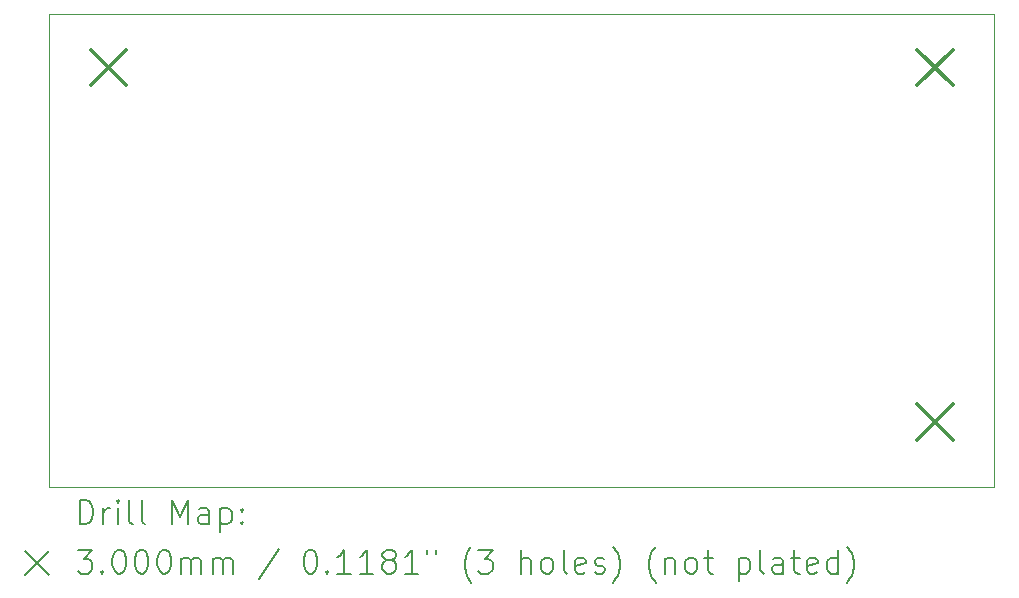
<source format=gbr>
%TF.GenerationSoftware,KiCad,Pcbnew,9.0.2+dfsg-1*%
%TF.CreationDate,2025-08-18T11:52:41-04:00*%
%TF.ProjectId,Basic_Controller,42617369-635f-4436-9f6e-74726f6c6c65,rev?*%
%TF.SameCoordinates,Original*%
%TF.FileFunction,Drillmap*%
%TF.FilePolarity,Positive*%
%FSLAX45Y45*%
G04 Gerber Fmt 4.5, Leading zero omitted, Abs format (unit mm)*
G04 Created by KiCad (PCBNEW 9.0.2+dfsg-1) date 2025-08-18 11:52:41*
%MOMM*%
%LPD*%
G01*
G04 APERTURE LIST*
%ADD10C,0.050000*%
%ADD11C,0.200000*%
%ADD12C,0.300000*%
G04 APERTURE END LIST*
D10*
X12050000Y-12150000D02*
X20050000Y-12150000D01*
X20050000Y-12150000D02*
X20050000Y-8150000D01*
X12050000Y-8150000D02*
X12050000Y-12150000D01*
X20050000Y-8150000D02*
X12050000Y-8150000D01*
D11*
D12*
X12400000Y-8450000D02*
X12700000Y-8750000D01*
X12700000Y-8450000D02*
X12400000Y-8750000D01*
X19400000Y-8450000D02*
X19700000Y-8750000D01*
X19700000Y-8450000D02*
X19400000Y-8750000D01*
X19400000Y-11450000D02*
X19700000Y-11750000D01*
X19700000Y-11450000D02*
X19400000Y-11750000D01*
D11*
X12308277Y-12463984D02*
X12308277Y-12263984D01*
X12308277Y-12263984D02*
X12355896Y-12263984D01*
X12355896Y-12263984D02*
X12384467Y-12273508D01*
X12384467Y-12273508D02*
X12403515Y-12292555D01*
X12403515Y-12292555D02*
X12413039Y-12311603D01*
X12413039Y-12311603D02*
X12422562Y-12349698D01*
X12422562Y-12349698D02*
X12422562Y-12378269D01*
X12422562Y-12378269D02*
X12413039Y-12416365D01*
X12413039Y-12416365D02*
X12403515Y-12435412D01*
X12403515Y-12435412D02*
X12384467Y-12454460D01*
X12384467Y-12454460D02*
X12355896Y-12463984D01*
X12355896Y-12463984D02*
X12308277Y-12463984D01*
X12508277Y-12463984D02*
X12508277Y-12330650D01*
X12508277Y-12368746D02*
X12517801Y-12349698D01*
X12517801Y-12349698D02*
X12527324Y-12340174D01*
X12527324Y-12340174D02*
X12546372Y-12330650D01*
X12546372Y-12330650D02*
X12565420Y-12330650D01*
X12632086Y-12463984D02*
X12632086Y-12330650D01*
X12632086Y-12263984D02*
X12622562Y-12273508D01*
X12622562Y-12273508D02*
X12632086Y-12283031D01*
X12632086Y-12283031D02*
X12641610Y-12273508D01*
X12641610Y-12273508D02*
X12632086Y-12263984D01*
X12632086Y-12263984D02*
X12632086Y-12283031D01*
X12755896Y-12463984D02*
X12736848Y-12454460D01*
X12736848Y-12454460D02*
X12727324Y-12435412D01*
X12727324Y-12435412D02*
X12727324Y-12263984D01*
X12860658Y-12463984D02*
X12841610Y-12454460D01*
X12841610Y-12454460D02*
X12832086Y-12435412D01*
X12832086Y-12435412D02*
X12832086Y-12263984D01*
X13089229Y-12463984D02*
X13089229Y-12263984D01*
X13089229Y-12263984D02*
X13155896Y-12406841D01*
X13155896Y-12406841D02*
X13222562Y-12263984D01*
X13222562Y-12263984D02*
X13222562Y-12463984D01*
X13403515Y-12463984D02*
X13403515Y-12359222D01*
X13403515Y-12359222D02*
X13393991Y-12340174D01*
X13393991Y-12340174D02*
X13374943Y-12330650D01*
X13374943Y-12330650D02*
X13336848Y-12330650D01*
X13336848Y-12330650D02*
X13317801Y-12340174D01*
X13403515Y-12454460D02*
X13384467Y-12463984D01*
X13384467Y-12463984D02*
X13336848Y-12463984D01*
X13336848Y-12463984D02*
X13317801Y-12454460D01*
X13317801Y-12454460D02*
X13308277Y-12435412D01*
X13308277Y-12435412D02*
X13308277Y-12416365D01*
X13308277Y-12416365D02*
X13317801Y-12397317D01*
X13317801Y-12397317D02*
X13336848Y-12387793D01*
X13336848Y-12387793D02*
X13384467Y-12387793D01*
X13384467Y-12387793D02*
X13403515Y-12378269D01*
X13498753Y-12330650D02*
X13498753Y-12530650D01*
X13498753Y-12340174D02*
X13517801Y-12330650D01*
X13517801Y-12330650D02*
X13555896Y-12330650D01*
X13555896Y-12330650D02*
X13574943Y-12340174D01*
X13574943Y-12340174D02*
X13584467Y-12349698D01*
X13584467Y-12349698D02*
X13593991Y-12368746D01*
X13593991Y-12368746D02*
X13593991Y-12425888D01*
X13593991Y-12425888D02*
X13584467Y-12444936D01*
X13584467Y-12444936D02*
X13574943Y-12454460D01*
X13574943Y-12454460D02*
X13555896Y-12463984D01*
X13555896Y-12463984D02*
X13517801Y-12463984D01*
X13517801Y-12463984D02*
X13498753Y-12454460D01*
X13679705Y-12444936D02*
X13689229Y-12454460D01*
X13689229Y-12454460D02*
X13679705Y-12463984D01*
X13679705Y-12463984D02*
X13670182Y-12454460D01*
X13670182Y-12454460D02*
X13679705Y-12444936D01*
X13679705Y-12444936D02*
X13679705Y-12463984D01*
X13679705Y-12340174D02*
X13689229Y-12349698D01*
X13689229Y-12349698D02*
X13679705Y-12359222D01*
X13679705Y-12359222D02*
X13670182Y-12349698D01*
X13670182Y-12349698D02*
X13679705Y-12340174D01*
X13679705Y-12340174D02*
X13679705Y-12359222D01*
X11847500Y-12692500D02*
X12047500Y-12892500D01*
X12047500Y-12692500D02*
X11847500Y-12892500D01*
X12289229Y-12683984D02*
X12413039Y-12683984D01*
X12413039Y-12683984D02*
X12346372Y-12760174D01*
X12346372Y-12760174D02*
X12374943Y-12760174D01*
X12374943Y-12760174D02*
X12393991Y-12769698D01*
X12393991Y-12769698D02*
X12403515Y-12779222D01*
X12403515Y-12779222D02*
X12413039Y-12798269D01*
X12413039Y-12798269D02*
X12413039Y-12845888D01*
X12413039Y-12845888D02*
X12403515Y-12864936D01*
X12403515Y-12864936D02*
X12393991Y-12874460D01*
X12393991Y-12874460D02*
X12374943Y-12883984D01*
X12374943Y-12883984D02*
X12317801Y-12883984D01*
X12317801Y-12883984D02*
X12298753Y-12874460D01*
X12298753Y-12874460D02*
X12289229Y-12864936D01*
X12498753Y-12864936D02*
X12508277Y-12874460D01*
X12508277Y-12874460D02*
X12498753Y-12883984D01*
X12498753Y-12883984D02*
X12489229Y-12874460D01*
X12489229Y-12874460D02*
X12498753Y-12864936D01*
X12498753Y-12864936D02*
X12498753Y-12883984D01*
X12632086Y-12683984D02*
X12651134Y-12683984D01*
X12651134Y-12683984D02*
X12670182Y-12693508D01*
X12670182Y-12693508D02*
X12679705Y-12703031D01*
X12679705Y-12703031D02*
X12689229Y-12722079D01*
X12689229Y-12722079D02*
X12698753Y-12760174D01*
X12698753Y-12760174D02*
X12698753Y-12807793D01*
X12698753Y-12807793D02*
X12689229Y-12845888D01*
X12689229Y-12845888D02*
X12679705Y-12864936D01*
X12679705Y-12864936D02*
X12670182Y-12874460D01*
X12670182Y-12874460D02*
X12651134Y-12883984D01*
X12651134Y-12883984D02*
X12632086Y-12883984D01*
X12632086Y-12883984D02*
X12613039Y-12874460D01*
X12613039Y-12874460D02*
X12603515Y-12864936D01*
X12603515Y-12864936D02*
X12593991Y-12845888D01*
X12593991Y-12845888D02*
X12584467Y-12807793D01*
X12584467Y-12807793D02*
X12584467Y-12760174D01*
X12584467Y-12760174D02*
X12593991Y-12722079D01*
X12593991Y-12722079D02*
X12603515Y-12703031D01*
X12603515Y-12703031D02*
X12613039Y-12693508D01*
X12613039Y-12693508D02*
X12632086Y-12683984D01*
X12822562Y-12683984D02*
X12841610Y-12683984D01*
X12841610Y-12683984D02*
X12860658Y-12693508D01*
X12860658Y-12693508D02*
X12870182Y-12703031D01*
X12870182Y-12703031D02*
X12879705Y-12722079D01*
X12879705Y-12722079D02*
X12889229Y-12760174D01*
X12889229Y-12760174D02*
X12889229Y-12807793D01*
X12889229Y-12807793D02*
X12879705Y-12845888D01*
X12879705Y-12845888D02*
X12870182Y-12864936D01*
X12870182Y-12864936D02*
X12860658Y-12874460D01*
X12860658Y-12874460D02*
X12841610Y-12883984D01*
X12841610Y-12883984D02*
X12822562Y-12883984D01*
X12822562Y-12883984D02*
X12803515Y-12874460D01*
X12803515Y-12874460D02*
X12793991Y-12864936D01*
X12793991Y-12864936D02*
X12784467Y-12845888D01*
X12784467Y-12845888D02*
X12774943Y-12807793D01*
X12774943Y-12807793D02*
X12774943Y-12760174D01*
X12774943Y-12760174D02*
X12784467Y-12722079D01*
X12784467Y-12722079D02*
X12793991Y-12703031D01*
X12793991Y-12703031D02*
X12803515Y-12693508D01*
X12803515Y-12693508D02*
X12822562Y-12683984D01*
X13013039Y-12683984D02*
X13032086Y-12683984D01*
X13032086Y-12683984D02*
X13051134Y-12693508D01*
X13051134Y-12693508D02*
X13060658Y-12703031D01*
X13060658Y-12703031D02*
X13070182Y-12722079D01*
X13070182Y-12722079D02*
X13079705Y-12760174D01*
X13079705Y-12760174D02*
X13079705Y-12807793D01*
X13079705Y-12807793D02*
X13070182Y-12845888D01*
X13070182Y-12845888D02*
X13060658Y-12864936D01*
X13060658Y-12864936D02*
X13051134Y-12874460D01*
X13051134Y-12874460D02*
X13032086Y-12883984D01*
X13032086Y-12883984D02*
X13013039Y-12883984D01*
X13013039Y-12883984D02*
X12993991Y-12874460D01*
X12993991Y-12874460D02*
X12984467Y-12864936D01*
X12984467Y-12864936D02*
X12974943Y-12845888D01*
X12974943Y-12845888D02*
X12965420Y-12807793D01*
X12965420Y-12807793D02*
X12965420Y-12760174D01*
X12965420Y-12760174D02*
X12974943Y-12722079D01*
X12974943Y-12722079D02*
X12984467Y-12703031D01*
X12984467Y-12703031D02*
X12993991Y-12693508D01*
X12993991Y-12693508D02*
X13013039Y-12683984D01*
X13165420Y-12883984D02*
X13165420Y-12750650D01*
X13165420Y-12769698D02*
X13174943Y-12760174D01*
X13174943Y-12760174D02*
X13193991Y-12750650D01*
X13193991Y-12750650D02*
X13222563Y-12750650D01*
X13222563Y-12750650D02*
X13241610Y-12760174D01*
X13241610Y-12760174D02*
X13251134Y-12779222D01*
X13251134Y-12779222D02*
X13251134Y-12883984D01*
X13251134Y-12779222D02*
X13260658Y-12760174D01*
X13260658Y-12760174D02*
X13279705Y-12750650D01*
X13279705Y-12750650D02*
X13308277Y-12750650D01*
X13308277Y-12750650D02*
X13327324Y-12760174D01*
X13327324Y-12760174D02*
X13336848Y-12779222D01*
X13336848Y-12779222D02*
X13336848Y-12883984D01*
X13432086Y-12883984D02*
X13432086Y-12750650D01*
X13432086Y-12769698D02*
X13441610Y-12760174D01*
X13441610Y-12760174D02*
X13460658Y-12750650D01*
X13460658Y-12750650D02*
X13489229Y-12750650D01*
X13489229Y-12750650D02*
X13508277Y-12760174D01*
X13508277Y-12760174D02*
X13517801Y-12779222D01*
X13517801Y-12779222D02*
X13517801Y-12883984D01*
X13517801Y-12779222D02*
X13527324Y-12760174D01*
X13527324Y-12760174D02*
X13546372Y-12750650D01*
X13546372Y-12750650D02*
X13574943Y-12750650D01*
X13574943Y-12750650D02*
X13593991Y-12760174D01*
X13593991Y-12760174D02*
X13603515Y-12779222D01*
X13603515Y-12779222D02*
X13603515Y-12883984D01*
X13993991Y-12674460D02*
X13822563Y-12931603D01*
X14251134Y-12683984D02*
X14270182Y-12683984D01*
X14270182Y-12683984D02*
X14289229Y-12693508D01*
X14289229Y-12693508D02*
X14298753Y-12703031D01*
X14298753Y-12703031D02*
X14308277Y-12722079D01*
X14308277Y-12722079D02*
X14317801Y-12760174D01*
X14317801Y-12760174D02*
X14317801Y-12807793D01*
X14317801Y-12807793D02*
X14308277Y-12845888D01*
X14308277Y-12845888D02*
X14298753Y-12864936D01*
X14298753Y-12864936D02*
X14289229Y-12874460D01*
X14289229Y-12874460D02*
X14270182Y-12883984D01*
X14270182Y-12883984D02*
X14251134Y-12883984D01*
X14251134Y-12883984D02*
X14232086Y-12874460D01*
X14232086Y-12874460D02*
X14222563Y-12864936D01*
X14222563Y-12864936D02*
X14213039Y-12845888D01*
X14213039Y-12845888D02*
X14203515Y-12807793D01*
X14203515Y-12807793D02*
X14203515Y-12760174D01*
X14203515Y-12760174D02*
X14213039Y-12722079D01*
X14213039Y-12722079D02*
X14222563Y-12703031D01*
X14222563Y-12703031D02*
X14232086Y-12693508D01*
X14232086Y-12693508D02*
X14251134Y-12683984D01*
X14403515Y-12864936D02*
X14413039Y-12874460D01*
X14413039Y-12874460D02*
X14403515Y-12883984D01*
X14403515Y-12883984D02*
X14393991Y-12874460D01*
X14393991Y-12874460D02*
X14403515Y-12864936D01*
X14403515Y-12864936D02*
X14403515Y-12883984D01*
X14603515Y-12883984D02*
X14489229Y-12883984D01*
X14546372Y-12883984D02*
X14546372Y-12683984D01*
X14546372Y-12683984D02*
X14527325Y-12712555D01*
X14527325Y-12712555D02*
X14508277Y-12731603D01*
X14508277Y-12731603D02*
X14489229Y-12741127D01*
X14793991Y-12883984D02*
X14679706Y-12883984D01*
X14736848Y-12883984D02*
X14736848Y-12683984D01*
X14736848Y-12683984D02*
X14717801Y-12712555D01*
X14717801Y-12712555D02*
X14698753Y-12731603D01*
X14698753Y-12731603D02*
X14679706Y-12741127D01*
X14908277Y-12769698D02*
X14889229Y-12760174D01*
X14889229Y-12760174D02*
X14879706Y-12750650D01*
X14879706Y-12750650D02*
X14870182Y-12731603D01*
X14870182Y-12731603D02*
X14870182Y-12722079D01*
X14870182Y-12722079D02*
X14879706Y-12703031D01*
X14879706Y-12703031D02*
X14889229Y-12693508D01*
X14889229Y-12693508D02*
X14908277Y-12683984D01*
X14908277Y-12683984D02*
X14946372Y-12683984D01*
X14946372Y-12683984D02*
X14965420Y-12693508D01*
X14965420Y-12693508D02*
X14974944Y-12703031D01*
X14974944Y-12703031D02*
X14984467Y-12722079D01*
X14984467Y-12722079D02*
X14984467Y-12731603D01*
X14984467Y-12731603D02*
X14974944Y-12750650D01*
X14974944Y-12750650D02*
X14965420Y-12760174D01*
X14965420Y-12760174D02*
X14946372Y-12769698D01*
X14946372Y-12769698D02*
X14908277Y-12769698D01*
X14908277Y-12769698D02*
X14889229Y-12779222D01*
X14889229Y-12779222D02*
X14879706Y-12788746D01*
X14879706Y-12788746D02*
X14870182Y-12807793D01*
X14870182Y-12807793D02*
X14870182Y-12845888D01*
X14870182Y-12845888D02*
X14879706Y-12864936D01*
X14879706Y-12864936D02*
X14889229Y-12874460D01*
X14889229Y-12874460D02*
X14908277Y-12883984D01*
X14908277Y-12883984D02*
X14946372Y-12883984D01*
X14946372Y-12883984D02*
X14965420Y-12874460D01*
X14965420Y-12874460D02*
X14974944Y-12864936D01*
X14974944Y-12864936D02*
X14984467Y-12845888D01*
X14984467Y-12845888D02*
X14984467Y-12807793D01*
X14984467Y-12807793D02*
X14974944Y-12788746D01*
X14974944Y-12788746D02*
X14965420Y-12779222D01*
X14965420Y-12779222D02*
X14946372Y-12769698D01*
X15174944Y-12883984D02*
X15060658Y-12883984D01*
X15117801Y-12883984D02*
X15117801Y-12683984D01*
X15117801Y-12683984D02*
X15098753Y-12712555D01*
X15098753Y-12712555D02*
X15079706Y-12731603D01*
X15079706Y-12731603D02*
X15060658Y-12741127D01*
X15251134Y-12683984D02*
X15251134Y-12722079D01*
X15327325Y-12683984D02*
X15327325Y-12722079D01*
X15622563Y-12960174D02*
X15613039Y-12950650D01*
X15613039Y-12950650D02*
X15593991Y-12922079D01*
X15593991Y-12922079D02*
X15584468Y-12903031D01*
X15584468Y-12903031D02*
X15574944Y-12874460D01*
X15574944Y-12874460D02*
X15565420Y-12826841D01*
X15565420Y-12826841D02*
X15565420Y-12788746D01*
X15565420Y-12788746D02*
X15574944Y-12741127D01*
X15574944Y-12741127D02*
X15584468Y-12712555D01*
X15584468Y-12712555D02*
X15593991Y-12693508D01*
X15593991Y-12693508D02*
X15613039Y-12664936D01*
X15613039Y-12664936D02*
X15622563Y-12655412D01*
X15679706Y-12683984D02*
X15803515Y-12683984D01*
X15803515Y-12683984D02*
X15736848Y-12760174D01*
X15736848Y-12760174D02*
X15765420Y-12760174D01*
X15765420Y-12760174D02*
X15784468Y-12769698D01*
X15784468Y-12769698D02*
X15793991Y-12779222D01*
X15793991Y-12779222D02*
X15803515Y-12798269D01*
X15803515Y-12798269D02*
X15803515Y-12845888D01*
X15803515Y-12845888D02*
X15793991Y-12864936D01*
X15793991Y-12864936D02*
X15784468Y-12874460D01*
X15784468Y-12874460D02*
X15765420Y-12883984D01*
X15765420Y-12883984D02*
X15708277Y-12883984D01*
X15708277Y-12883984D02*
X15689229Y-12874460D01*
X15689229Y-12874460D02*
X15679706Y-12864936D01*
X16041610Y-12883984D02*
X16041610Y-12683984D01*
X16127325Y-12883984D02*
X16127325Y-12779222D01*
X16127325Y-12779222D02*
X16117801Y-12760174D01*
X16117801Y-12760174D02*
X16098753Y-12750650D01*
X16098753Y-12750650D02*
X16070182Y-12750650D01*
X16070182Y-12750650D02*
X16051134Y-12760174D01*
X16051134Y-12760174D02*
X16041610Y-12769698D01*
X16251134Y-12883984D02*
X16232087Y-12874460D01*
X16232087Y-12874460D02*
X16222563Y-12864936D01*
X16222563Y-12864936D02*
X16213039Y-12845888D01*
X16213039Y-12845888D02*
X16213039Y-12788746D01*
X16213039Y-12788746D02*
X16222563Y-12769698D01*
X16222563Y-12769698D02*
X16232087Y-12760174D01*
X16232087Y-12760174D02*
X16251134Y-12750650D01*
X16251134Y-12750650D02*
X16279706Y-12750650D01*
X16279706Y-12750650D02*
X16298753Y-12760174D01*
X16298753Y-12760174D02*
X16308277Y-12769698D01*
X16308277Y-12769698D02*
X16317801Y-12788746D01*
X16317801Y-12788746D02*
X16317801Y-12845888D01*
X16317801Y-12845888D02*
X16308277Y-12864936D01*
X16308277Y-12864936D02*
X16298753Y-12874460D01*
X16298753Y-12874460D02*
X16279706Y-12883984D01*
X16279706Y-12883984D02*
X16251134Y-12883984D01*
X16432087Y-12883984D02*
X16413039Y-12874460D01*
X16413039Y-12874460D02*
X16403515Y-12855412D01*
X16403515Y-12855412D02*
X16403515Y-12683984D01*
X16584468Y-12874460D02*
X16565420Y-12883984D01*
X16565420Y-12883984D02*
X16527325Y-12883984D01*
X16527325Y-12883984D02*
X16508277Y-12874460D01*
X16508277Y-12874460D02*
X16498753Y-12855412D01*
X16498753Y-12855412D02*
X16498753Y-12779222D01*
X16498753Y-12779222D02*
X16508277Y-12760174D01*
X16508277Y-12760174D02*
X16527325Y-12750650D01*
X16527325Y-12750650D02*
X16565420Y-12750650D01*
X16565420Y-12750650D02*
X16584468Y-12760174D01*
X16584468Y-12760174D02*
X16593991Y-12779222D01*
X16593991Y-12779222D02*
X16593991Y-12798269D01*
X16593991Y-12798269D02*
X16498753Y-12817317D01*
X16670182Y-12874460D02*
X16689230Y-12883984D01*
X16689230Y-12883984D02*
X16727325Y-12883984D01*
X16727325Y-12883984D02*
X16746372Y-12874460D01*
X16746372Y-12874460D02*
X16755896Y-12855412D01*
X16755896Y-12855412D02*
X16755896Y-12845888D01*
X16755896Y-12845888D02*
X16746372Y-12826841D01*
X16746372Y-12826841D02*
X16727325Y-12817317D01*
X16727325Y-12817317D02*
X16698753Y-12817317D01*
X16698753Y-12817317D02*
X16679706Y-12807793D01*
X16679706Y-12807793D02*
X16670182Y-12788746D01*
X16670182Y-12788746D02*
X16670182Y-12779222D01*
X16670182Y-12779222D02*
X16679706Y-12760174D01*
X16679706Y-12760174D02*
X16698753Y-12750650D01*
X16698753Y-12750650D02*
X16727325Y-12750650D01*
X16727325Y-12750650D02*
X16746372Y-12760174D01*
X16822563Y-12960174D02*
X16832087Y-12950650D01*
X16832087Y-12950650D02*
X16851134Y-12922079D01*
X16851134Y-12922079D02*
X16860658Y-12903031D01*
X16860658Y-12903031D02*
X16870182Y-12874460D01*
X16870182Y-12874460D02*
X16879706Y-12826841D01*
X16879706Y-12826841D02*
X16879706Y-12788746D01*
X16879706Y-12788746D02*
X16870182Y-12741127D01*
X16870182Y-12741127D02*
X16860658Y-12712555D01*
X16860658Y-12712555D02*
X16851134Y-12693508D01*
X16851134Y-12693508D02*
X16832087Y-12664936D01*
X16832087Y-12664936D02*
X16822563Y-12655412D01*
X17184468Y-12960174D02*
X17174944Y-12950650D01*
X17174944Y-12950650D02*
X17155896Y-12922079D01*
X17155896Y-12922079D02*
X17146373Y-12903031D01*
X17146373Y-12903031D02*
X17136849Y-12874460D01*
X17136849Y-12874460D02*
X17127325Y-12826841D01*
X17127325Y-12826841D02*
X17127325Y-12788746D01*
X17127325Y-12788746D02*
X17136849Y-12741127D01*
X17136849Y-12741127D02*
X17146373Y-12712555D01*
X17146373Y-12712555D02*
X17155896Y-12693508D01*
X17155896Y-12693508D02*
X17174944Y-12664936D01*
X17174944Y-12664936D02*
X17184468Y-12655412D01*
X17260658Y-12750650D02*
X17260658Y-12883984D01*
X17260658Y-12769698D02*
X17270182Y-12760174D01*
X17270182Y-12760174D02*
X17289230Y-12750650D01*
X17289230Y-12750650D02*
X17317801Y-12750650D01*
X17317801Y-12750650D02*
X17336849Y-12760174D01*
X17336849Y-12760174D02*
X17346373Y-12779222D01*
X17346373Y-12779222D02*
X17346373Y-12883984D01*
X17470182Y-12883984D02*
X17451134Y-12874460D01*
X17451134Y-12874460D02*
X17441611Y-12864936D01*
X17441611Y-12864936D02*
X17432087Y-12845888D01*
X17432087Y-12845888D02*
X17432087Y-12788746D01*
X17432087Y-12788746D02*
X17441611Y-12769698D01*
X17441611Y-12769698D02*
X17451134Y-12760174D01*
X17451134Y-12760174D02*
X17470182Y-12750650D01*
X17470182Y-12750650D02*
X17498754Y-12750650D01*
X17498754Y-12750650D02*
X17517801Y-12760174D01*
X17517801Y-12760174D02*
X17527325Y-12769698D01*
X17527325Y-12769698D02*
X17536849Y-12788746D01*
X17536849Y-12788746D02*
X17536849Y-12845888D01*
X17536849Y-12845888D02*
X17527325Y-12864936D01*
X17527325Y-12864936D02*
X17517801Y-12874460D01*
X17517801Y-12874460D02*
X17498754Y-12883984D01*
X17498754Y-12883984D02*
X17470182Y-12883984D01*
X17593992Y-12750650D02*
X17670182Y-12750650D01*
X17622563Y-12683984D02*
X17622563Y-12855412D01*
X17622563Y-12855412D02*
X17632087Y-12874460D01*
X17632087Y-12874460D02*
X17651134Y-12883984D01*
X17651134Y-12883984D02*
X17670182Y-12883984D01*
X17889230Y-12750650D02*
X17889230Y-12950650D01*
X17889230Y-12760174D02*
X17908277Y-12750650D01*
X17908277Y-12750650D02*
X17946373Y-12750650D01*
X17946373Y-12750650D02*
X17965420Y-12760174D01*
X17965420Y-12760174D02*
X17974944Y-12769698D01*
X17974944Y-12769698D02*
X17984468Y-12788746D01*
X17984468Y-12788746D02*
X17984468Y-12845888D01*
X17984468Y-12845888D02*
X17974944Y-12864936D01*
X17974944Y-12864936D02*
X17965420Y-12874460D01*
X17965420Y-12874460D02*
X17946373Y-12883984D01*
X17946373Y-12883984D02*
X17908277Y-12883984D01*
X17908277Y-12883984D02*
X17889230Y-12874460D01*
X18098754Y-12883984D02*
X18079706Y-12874460D01*
X18079706Y-12874460D02*
X18070182Y-12855412D01*
X18070182Y-12855412D02*
X18070182Y-12683984D01*
X18260658Y-12883984D02*
X18260658Y-12779222D01*
X18260658Y-12779222D02*
X18251135Y-12760174D01*
X18251135Y-12760174D02*
X18232087Y-12750650D01*
X18232087Y-12750650D02*
X18193992Y-12750650D01*
X18193992Y-12750650D02*
X18174944Y-12760174D01*
X18260658Y-12874460D02*
X18241611Y-12883984D01*
X18241611Y-12883984D02*
X18193992Y-12883984D01*
X18193992Y-12883984D02*
X18174944Y-12874460D01*
X18174944Y-12874460D02*
X18165420Y-12855412D01*
X18165420Y-12855412D02*
X18165420Y-12836365D01*
X18165420Y-12836365D02*
X18174944Y-12817317D01*
X18174944Y-12817317D02*
X18193992Y-12807793D01*
X18193992Y-12807793D02*
X18241611Y-12807793D01*
X18241611Y-12807793D02*
X18260658Y-12798269D01*
X18327325Y-12750650D02*
X18403515Y-12750650D01*
X18355896Y-12683984D02*
X18355896Y-12855412D01*
X18355896Y-12855412D02*
X18365420Y-12874460D01*
X18365420Y-12874460D02*
X18384468Y-12883984D01*
X18384468Y-12883984D02*
X18403515Y-12883984D01*
X18546373Y-12874460D02*
X18527325Y-12883984D01*
X18527325Y-12883984D02*
X18489230Y-12883984D01*
X18489230Y-12883984D02*
X18470182Y-12874460D01*
X18470182Y-12874460D02*
X18460658Y-12855412D01*
X18460658Y-12855412D02*
X18460658Y-12779222D01*
X18460658Y-12779222D02*
X18470182Y-12760174D01*
X18470182Y-12760174D02*
X18489230Y-12750650D01*
X18489230Y-12750650D02*
X18527325Y-12750650D01*
X18527325Y-12750650D02*
X18546373Y-12760174D01*
X18546373Y-12760174D02*
X18555896Y-12779222D01*
X18555896Y-12779222D02*
X18555896Y-12798269D01*
X18555896Y-12798269D02*
X18460658Y-12817317D01*
X18727325Y-12883984D02*
X18727325Y-12683984D01*
X18727325Y-12874460D02*
X18708277Y-12883984D01*
X18708277Y-12883984D02*
X18670182Y-12883984D01*
X18670182Y-12883984D02*
X18651135Y-12874460D01*
X18651135Y-12874460D02*
X18641611Y-12864936D01*
X18641611Y-12864936D02*
X18632087Y-12845888D01*
X18632087Y-12845888D02*
X18632087Y-12788746D01*
X18632087Y-12788746D02*
X18641611Y-12769698D01*
X18641611Y-12769698D02*
X18651135Y-12760174D01*
X18651135Y-12760174D02*
X18670182Y-12750650D01*
X18670182Y-12750650D02*
X18708277Y-12750650D01*
X18708277Y-12750650D02*
X18727325Y-12760174D01*
X18803516Y-12960174D02*
X18813039Y-12950650D01*
X18813039Y-12950650D02*
X18832087Y-12922079D01*
X18832087Y-12922079D02*
X18841611Y-12903031D01*
X18841611Y-12903031D02*
X18851135Y-12874460D01*
X18851135Y-12874460D02*
X18860658Y-12826841D01*
X18860658Y-12826841D02*
X18860658Y-12788746D01*
X18860658Y-12788746D02*
X18851135Y-12741127D01*
X18851135Y-12741127D02*
X18841611Y-12712555D01*
X18841611Y-12712555D02*
X18832087Y-12693508D01*
X18832087Y-12693508D02*
X18813039Y-12664936D01*
X18813039Y-12664936D02*
X18803516Y-12655412D01*
M02*

</source>
